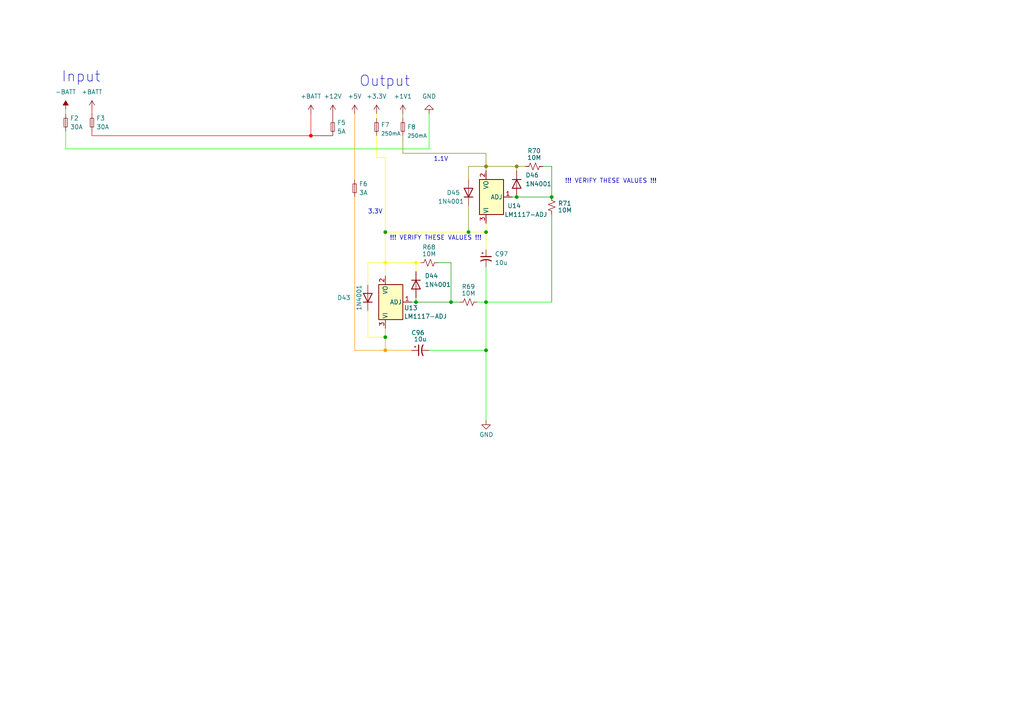
<source format=kicad_sch>
(kicad_sch (version 20231120) (generator "eeschema") (generator_version "8.0")
  (paper "A4")
  (title_block (title "Power Supply") (date "2023/08/14"))
  (lib_symbols
    (symbol "Device:C_Polarized_Small_US" (pin_numbers hide) (pin_names (offset 0.254) hide)
      (property "Reference" "C" (at 0.254 1.778 0))
      (property "Value" "C_Polarized_Small_US" (at 0.254 -2.032 0))
      (symbol "C_Polarized_Small_US_0_1"
        (polyline (pts (xy -1.524 0.508) (xy 1.524 0.508)) (stroke (width 0.3048)))
        (polyline (pts (xy -1.27 1.524) (xy -0.762 1.524)))
        (polyline (pts (xy -1.016 1.27) (xy -1.016 1.778)))
        (arc (start 1.524 -0.762) (mid 0 -0.3734) (end -1.524 -0.762) (stroke (width 0.3048)))
      )
      (symbol "C_Polarized_Small_US_1_1"
        (pin passive line (at 0 2.54 270) (length 2.032) (name "~") (number "1"))
        (pin passive line (at 0 -2.54 90) (length 2.032) (name "~") (number "2"))
      )
    )
    (symbol "Device:Fuse_Small" (pin_numbers hide) (pin_names (offset 0.254) hide)
      (property "Reference" "F" (at 0 -1.524 0))
      (property "Value" "Fuse_Small" (at 0 1.524 0))
      (symbol "Fuse_Small_0_1"
        (rectangle (start -1.27 0.508) (end 1.27 -0.508))
        (polyline (pts (xy -1.27 0) (xy 1.27 0)))
      )
      (symbol "Fuse_Small_1_1"
        (pin passive line (at -2.54 0 0) (length 1.27) (name "~") (number "1"))
        (pin passive line (at 2.54 0 180) (length 1.27) (name "~") (number "2"))
      )
    )
    (symbol "Device:R_Small_US" (pin_numbers hide) (pin_names (offset 0.254) hide)
      (property "Reference" "R" (at 0.762 0.508 0))
      (property "Value" "R_Small_US" (at 0.762 -1.016 0))
      (symbol "R_Small_US_1_1"
        (polyline (pts (xy 0 0) (xy 1.016 -0.381) (xy 0 -0.762) (xy -1.016 -1.143) (xy 0 -1.524)))
        (polyline (pts (xy 0 1.524) (xy 1.016 1.143) (xy 0 0.762) (xy -1.016 0.381) (xy 0 0)))
        (pin passive line (at 0 2.54 270) (length 1.016) (name "~") (number "1"))
        (pin passive line (at 0 -2.54 90) (length 1.016) (name "~") (number "2"))
      )
    )
    (symbol "Diode:1N4001" (pin_numbers hide) (pin_names hide)
      (property "Reference" "D" (at 0 2.54 0))
      (property "Value" "1N4001" (at 0 -2.54 0))
      (symbol "1N4001_0_1"
        (polyline (pts (xy -1.27 1.27) (xy -1.27 -1.27)) (stroke (width 0.254)))
        (polyline (pts (xy 1.27 0) (xy -1.27 0)))
        (polyline (pts (xy 1.27 1.27) (xy 1.27 -1.27) (xy -1.27 0) (xy 1.27 1.27)) (stroke (width 0.254)))
      )
      (symbol "1N4001_1_1"
        (pin passive line (at -3.81 0 0) (length 2.54) (name "K") (number "1"))
        (pin passive line (at 3.81 0 180) (length 2.54) (name "A") (number "2"))
      )
    )
    (symbol "Regulator_Linear:LM1117-ADJ" (pin_names (offset 0.254))
      (property "Reference" "U" (at -3.81 3.175 0))
      (property "Value" "LM1117-ADJ" (at 0 3.175 0))
      (symbol "LM1117-ADJ_0_1"
        (rectangle (start -5.08 -5.08) (end 5.08 1.905) (stroke (width 0.254)) (fill (type background)))
      )
      (symbol "LM1117-ADJ_1_1"
        (pin input line (at 0 -7.62 90) (length 2.54) (name "ADJ") (number "1"))
        (pin power_out line (at 7.62 0 180) (length 2.54) (name "VO") (number "2"))
        (pin power_in line (at -7.62 0 0) (length 2.54) (name "VI") (number "3"))
      )
    )
    (symbol "power:+12V" (power) (pin_names (offset 0))
      (property "Value" "+12V" (at 0 3.556 0))
      (symbol "+12V_0_1"
        (polyline (pts (xy -0.762 1.27) (xy 0 2.54)))
        (polyline (pts (xy 0 0) (xy 0 2.54)))
        (polyline (pts (xy 0 2.54) (xy 0.762 1.27)))
      )
      (symbol "+12V_1_1"
        (pin power_in line (at 0 0 90) (length 0) hide (name "+12V") (number "1"))
      )
    )
    (symbol "power:+1V1" (power) (pin_names (offset 0))
      (property "Value" "+1V1" (at 0 3.556 0))
      (symbol "+1V1_0_1"
        (polyline (pts (xy -0.762 1.27) (xy 0 2.54)))
        (polyline (pts (xy 0 0) (xy 0 2.54)))
        (polyline (pts (xy 0 2.54) (xy 0.762 1.27)))
      )
      (symbol "+1V1_1_1"
        (pin power_in line (at 0 0 90) (length 0) hide (name "+1V1") (number "1"))
      )
    )
    (symbol "power:+3.3V" (power) (pin_names (offset 0))
      (property "Value" "+3.3V" (at 0 3.556 0))
      (symbol "+3.3V_0_1"
        (polyline (pts (xy -0.762 1.27) (xy 0 2.54)))
        (polyline (pts (xy 0 0) (xy 0 2.54)))
        (polyline (pts (xy 0 2.54) (xy 0.762 1.27)))
      )
      (symbol "+3.3V_1_1"
        (pin power_in line (at 0 0 90) (length 0) hide (name "+3.3V") (number "1"))
      )
    )
    (symbol "power:+5V" (power) (pin_names (offset 0))
      (property "Value" "+5V" (at 0 3.556 0))
      (symbol "+5V_0_1"
        (polyline (pts (xy -0.762 1.27) (xy 0 2.54)))
        (polyline (pts (xy 0 0) (xy 0 2.54)))
        (polyline (pts (xy 0 2.54) (xy 0.762 1.27)))
      )
      (symbol "+5V_1_1"
        (pin power_in line (at 0 0 90) (length 0) hide (name "+5V") (number "1"))
      )
    )
    (symbol "power:+BATT" (power) (pin_names (offset 0))
      (property "Value" "+BATT" (at 0 3.556 0))
      (symbol "+BATT_0_1"
        (polyline (pts (xy -0.762 1.27) (xy 0 2.54)))
        (polyline (pts (xy 0 0) (xy 0 2.54)))
        (polyline (pts (xy 0 2.54) (xy 0.762 1.27)))
      )
      (symbol "+BATT_1_1"
        (pin power_in line (at 0 0 90) (length 0) hide (name "+BATT") (number "1"))
      )
    )
    (symbol "power:-BATT" (power) (pin_names (offset 0))
      (property "Value" "-BATT" (at 0 3.556 0))
      (symbol "-BATT_0_1"
        (polyline (pts (xy 0 0) (xy 0 2.54)))
        (polyline (pts (xy 0.762 1.27) (xy -0.762 1.27) (xy 0 2.54) (xy 0.762 1.27)) (fill (type outline)))
      )
      (symbol "-BATT_1_1"
        (pin power_in line (at 0 0 90) (length 0) hide (name "-BATT") (number "1"))
      )
    )
    (symbol "power:GND" (power) (pin_names (offset 0))
      (property "Value" "GND" (at 0 -3.81 0))
      (symbol "GND_0_1"
        (polyline (pts (xy 0 0) (xy 0 -1.27) (xy 1.27 -1.27) (xy 0 -2.54) (xy -1.27 -1.27) (xy 0 -1.27)))
      )
      (symbol "GND_1_1"
        (pin power_in line (at 0 0 270) (length 0) hide (name "GND") (number "1"))
      )
    )
  )
  (junction (at 130.81 87.63))
  (junction (at 140.97 87.63))
  (junction (at 140.97 67.31))
  (junction (at 149.86 57.15))
  (junction (at 111.76 97.79))
  (junction (at 120.65 76.2) (color 255 255 0 1))
  (junction (at 111.76 101.6) (color 255 153 0 1))
  (junction (at 120.65 87.63))
  (junction (at 149.86 48.26) (color 132 132 0 1))
  (junction (at 111.76 67.31))
  (junction (at 135.89 67.31))
  (junction (at 90.17 39.37) (color 255 0 0 1))
  (junction (at 140.97 101.6))
  (junction (at 140.97 48.26) (color 132 132 0 1))
  (junction (at 111.76 76.2) (color 255 255 0 1))
  (junction (at 160.02 57.15))
  (wire (pts (xy 127 76.2) (xy 130.81 76.2)))
  (wire (pts (xy 160.02 57.15) (xy 149.86 57.15)))
  (wire (pts (xy 124.46 101.6) (xy 140.97 101.6)) (stroke (width 0) (color 0 255 0 1)))
  (wire (pts (xy 116.84 44.45) (xy 140.97 44.45)) (stroke (width 0) (color 132 132 0 1)))
  (wire (pts (xy 140.97 48.26) (xy 140.97 49.53)) (stroke (width 0) (color 132 132 0 1)))
  (wire (pts (xy 140.97 87.63) (xy 140.97 101.6)) (stroke (width 0) (color 0 255 0 1)))
  (wire (pts (xy 26.67 38.1) (xy 26.67 39.37)) (stroke (width 0) (color 255 0 0 1)))
  (wire (pts (xy 149.86 48.26) (xy 140.97 48.26)) (stroke (width 0) (color 132 132 0 1)))
  (wire (pts (xy 124.46 33.02) (xy 124.46 43.18)) (stroke (width 0) (color 0 255 0 1)))
  (wire (pts (xy 120.65 86.36) (xy 120.65 87.63)))
  (wire (pts (xy 111.76 67.31) (xy 111.76 76.2)) (stroke (width 0) (color 255 255 0 1)))
  (wire (pts (xy 111.76 101.6) (xy 119.38 101.6)) (stroke (width 0) (color 255 153 0 1)))
  (wire (pts (xy 19.05 43.18) (xy 124.46 43.18)) (stroke (width 0) (color 0 255 0 1)))
  (wire (pts (xy 120.65 76.2) (xy 121.92 76.2)) (stroke (width 0) (color 255 255 0 1)))
  (wire (pts (xy 135.89 59.69) (xy 135.89 67.31)) (stroke (width 0) (color 132 132 0 1)))
  (wire (pts (xy 102.87 101.6) (xy 111.76 101.6)) (stroke (width 0) (color 255 153 0 1)))
  (wire (pts (xy 106.68 82.55) (xy 106.68 76.2)) (stroke (width 0) (color 255 255 0 1)))
  (wire (pts (xy 140.97 44.45) (xy 140.97 48.26)) (stroke (width 0) (color 132 132 0 1)))
  (wire (pts (xy 160.02 87.63) (xy 140.97 87.63)) (stroke (width 0) (color 0 255 0 1)))
  (wire (pts (xy 111.76 95.25) (xy 111.76 97.79)) (stroke (width 0) (color 255 153 0 1)))
  (wire (pts (xy 111.76 45.72) (xy 109.22 45.72)) (stroke (width 0) (color 255 255 0 1)))
  (wire (pts (xy 116.84 33.02) (xy 116.84 34.29)) (stroke (width 0) (color 132 132 0 1)))
  (wire (pts (xy 109.22 39.37) (xy 109.22 45.72)) (stroke (width 0) (color 255 255 0 1)))
  (wire (pts (xy 111.76 76.2) (xy 111.76 80.01)) (stroke (width 0) (color 255 255 0 1)))
  (wire (pts (xy 26.67 39.37) (xy 90.17 39.37)) (stroke (width 0) (color 255 0 0 1)))
  (wire (pts (xy 157.48 48.26) (xy 160.02 48.26)))
  (wire (pts (xy 96.52 33.02) (xy 96.52 34.29)) (stroke (width 0) (color 132 0 0 1)))
  (wire (pts (xy 90.17 39.37) (xy 96.52 39.37)) (stroke (width 0) (color 132 0 0 1)))
  (wire (pts (xy 135.89 52.07) (xy 135.89 48.26)) (stroke (width 0) (color 132 132 0 1)))
  (wire (pts (xy 135.89 48.26) (xy 140.97 48.26)) (stroke (width 0) (color 132 132 0 1)))
  (wire (pts (xy 19.05 31.75) (xy 19.05 33.02)) (stroke (width 0) (color 0 255 0 1)))
  (wire (pts (xy 106.68 97.79) (xy 111.76 97.79)) (stroke (width 0) (color 255 255 0 1)))
  (wire (pts (xy 135.89 67.31) (xy 111.76 67.31)) (stroke (width 0) (color 255 255 0 1)))
  (wire (pts (xy 120.65 76.2) (xy 120.65 78.74)) (stroke (width 0) (color 255 255 0 1)))
  (wire (pts (xy 160.02 87.63) (xy 160.02 62.23)))
  (wire (pts (xy 140.97 77.47) (xy 140.97 87.63)) (stroke (width 0) (color 0 255 0 1)))
  (wire (pts (xy 130.81 87.63) (xy 120.65 87.63)))
  (wire (pts (xy 102.87 33.02) (xy 102.87 52.07)) (stroke (width 0) (color 255 153 0 1)))
  (wire (pts (xy 152.4 48.26) (xy 149.86 48.26)) (stroke (width 0) (color 132 132 0 1)))
  (wire (pts (xy 111.76 45.72) (xy 111.76 67.31)) (stroke (width 0) (color 255 255 0 1)))
  (wire (pts (xy 140.97 67.31) (xy 135.89 67.31)) (stroke (width 0) (color 255 255 0 1)))
  (wire (pts (xy 130.81 87.63) (xy 133.35 87.63)))
  (wire (pts (xy 138.43 87.63) (xy 140.97 87.63)) (stroke (width 0) (color 0 255 0 1)))
  (wire (pts (xy 102.87 57.15) (xy 102.87 101.6)) (stroke (width 0) (color 255 153 0 1)))
  (wire (pts (xy 149.86 48.26) (xy 149.86 49.53)) (stroke (width 0) (color 132 132 0 1)))
  (wire (pts (xy 160.02 48.26) (xy 160.02 57.15)))
  (wire (pts (xy 116.84 39.37) (xy 116.84 44.45)) (stroke (width 0) (color 132 132 0 1)))
  (wire (pts (xy 19.05 38.1) (xy 19.05 43.18)) (stroke (width 0) (color 0 255 0 1)))
  (wire (pts (xy 26.67 31.75) (xy 26.67 33.02)) (stroke (width 0) (color 255 0 0 1)))
  (wire (pts (xy 140.97 67.31) (xy 140.97 72.39)) (stroke (width 0) (color 255 255 0 1)))
  (wire (pts (xy 140.97 101.6) (xy 140.97 121.92)) (stroke (width 0) (color 0 255 0 1)))
  (wire (pts (xy 149.86 57.15) (xy 148.59 57.15)))
  (wire (pts (xy 106.68 76.2) (xy 111.76 76.2)) (stroke (width 0) (color 255 255 0 1)))
  (wire (pts (xy 90.17 39.37) (xy 90.17 33.02)) (stroke (width 0) (color 255 0 0 1)))
  (wire (pts (xy 111.76 76.2) (xy 120.65 76.2)) (stroke (width 0) (color 255 255 0 1)))
  (wire (pts (xy 111.76 97.79) (xy 111.76 101.6)) (stroke (width 0) (color 255 153 0 1)))
  (wire (pts (xy 109.22 33.02) (xy 109.22 34.29)) (stroke (width 0) (color 255 255 0 1)))
  (wire (pts (xy 130.81 76.2) (xy 130.81 87.63)))
  (wire (pts (xy 106.68 90.17) (xy 106.68 97.79)) (stroke (width 0) (color 255 255 0 1)))
  (wire (pts (xy 140.97 64.77) (xy 140.97 67.31)) (stroke (width 0) (color 255 255 0 1)))
  (wire (pts (xy 120.65 87.63) (xy 119.38 87.63)))
  (text "Output" (at 104.14 25.4 0) (effects (font (size 3 3)) (justify left bottom)))
  (text "Input" (at 17.78 24.13 0) (effects (font (size 3 3)) (justify left bottom)))
  (text "!!! VERIFY THESE VALUES !!!" (at 163.83 53.34 0) (effects (font (size 1.27 1.27)) (justify left bottom)))
  (text "!!! VERIFY THESE VALUES !!!" (at 113.03 69.85 0) (effects (font (size 1.27 1.27)) (justify left bottom)))
  (text "3.3V" (at 106.68 62.23 0) (effects (font (size 1.27 1.27)) (justify left bottom)))
  (text "1.1V" (at 125.73 46.99 0) (effects (font (size 1.27 1.27)) (justify left bottom)))
  (symbol (lib_id "Device:Fuse_Small") (at 102.87 54.61 90) (unit 1)
    (property "Reference" "F6" (at 104.14 53.34 90) (effects (justify right)))
    (property "Value" "3A" (at 104.14 55.88 90) (effects (justify right)))
    (property "Footprint" "Fuse:Fuseholder_Blade_Mini_Keystone_3568" (effects (hide yes)))
  )
  (symbol (lib_id "Device:Fuse_Small") (at 116.84 36.83 270) (unit 1)
    (property "Reference" "F8" (at 118.11 36.83 90) (effects (justify left)))
    (property "Value" "250mA" (at 118.11 39.37 90) (effects (font (size 1.1 1.1)) (justify left)))
    (property "Footprint" "Fuse:Fuseholder_Blade_Mini_Keystone_3568" (effects (hide yes)))
  )
  (symbol (lib_id "power:GND") (at 140.97 121.92 0) (unit 1)
    (property "Reference" "#PWR0173" (effects (hide yes)))
    (property "Value" "GND" (at 141.0606 126.0643 0))
  )
  (symbol (lib_id "Regulator_Linear:LM1117-ADJ") (at 140.97 57.15 90) (unit 1)
    (property "Reference" "U14" (at 151.13 59.69 90) (effects (justify left)))
    (property "Value" "LM1117-ADJ" (at 158.75 62.23 90) (effects (justify left)))
    (property "Datasheet" "http://www.ti.com/lit/ds/symlink/lm1117.pdf" (effects (hide yes)))
  )
  (symbol (lib_id "power:GND") (at 124.46 33.02 0) (mirror x) (unit 1)
    (property "Reference" "#PWR0172" (effects (hide yes)))
    (property "Value" "GND" (at 124.46 27.94 0))
  )
  (symbol (lib_id "power:+BATT") (at 90.17 33.02 0) (unit 1)
    (property "Reference" "#PWR0167" (effects (hide yes)))
    (property "Value" "+BATT" (at 90.17 27.94 0))
  )
  (symbol (lib_id "Device:C_Polarized_Small_US") (at 140.97 74.93 0) (unit 1)
    (property "Reference" "C97" (at 143.51 73.66 0) (effects (justify left)))
    (property "Value" "10u" (at 143.51 76.2 0) (effects (justify left)))
    (property "Footprint" "Capacitor_THT:CP_Radial_D4.0mm_P2.00mm" (effects (hide yes)))
  )
  (symbol (lib_id "Diode:1N4001") (at 120.65 82.55 90) (mirror x) (unit 1)
    (property "Reference" "D44" (at 123.19 80.01 90) (effects (justify right)))
    (property "Value" "1N4001" (at 123.19 82.55 90) (effects (justify right)))
    (property "Footprint" "Diode_THT:D_DO-41_SOD81_P10.16mm_Horizontal" (effects (hide yes)))
    (property "Datasheet" "http://www.vishay.com/docs/88503/1n4001.pdf" (effects (hide yes)))
  )
  (symbol (lib_id "Device:R_Small_US") (at 135.89 87.63 90) (unit 1)
    (property "Reference" "R69" (at 135.8653 83.1317 90))
    (property "Value" "10M" (at 135.89 85.09 90))
    (property "Footprint" "Resistor_THT:R_Axial_DIN0207_L6.3mm_D2.5mm_P2.54mm_Vertical" (effects (hide yes)))
  )
  (symbol (lib_id "power:+5V") (at 102.87 33.02 0) (unit 1)
    (property "Reference" "#PWR0169" (effects (hide yes)))
    (property "Value" "+5V" (at 102.87 27.94 0))
  )
  (symbol (lib_id "Device:Fuse_Small") (at 26.67 35.56 270) (unit 1)
    (property "Reference" "F3" (at 27.94 34.2899 90) (effects (justify left)))
    (property "Value" "30A" (at 27.94 36.8299 90) (effects (justify left)))
    (property "Footprint" "Fuse:Fuseholder_Blade_Mini_Keystone_3568" (effects (hide yes)))
  )
  (symbol (lib_id "power:+BATT") (at 26.67 31.75 0) (unit 1)
    (property "Reference" "#PWR0164" (effects (hide yes)))
    (property "Value" "+BATT" (at 26.67 26.67 0))
  )
  (symbol (lib_id "power:-BATT") (at 19.05 31.75 0) (unit 1)
    (property "Reference" "#PWR0163" (effects (hide yes)))
    (property "Value" "-BATT" (at 19.05 26.67 0))
  )
  (symbol (lib_id "power:+3.3V") (at 109.22 33.02 0) (unit 1)
    (property "Reference" "#PWR0170" (effects (hide yes)))
    (property "Value" "+3.3V" (at 109.22 27.94 0))
  )
  (symbol (lib_id "Device:R_Small_US") (at 124.46 76.2 90) (unit 1)
    (property "Reference" "R68" (at 124.4353 71.7017 90))
    (property "Value" "10M" (at 124.46 73.66 90))
    (property "Footprint" "Resistor_THT:R_Axial_DIN0207_L6.3mm_D2.5mm_P2.54mm_Vertical" (effects (hide yes)))
  )
  (symbol (lib_id "Device:R_Small_US") (at 154.94 48.26 90) (unit 1)
    (property "Reference" "R70" (at 154.9153 43.7617 90))
    (property "Value" "10M" (at 154.94 45.72 90))
    (property "Footprint" "Resistor_THT:R_Axial_DIN0207_L6.3mm_D2.5mm_P2.54mm_Vertical" (effects (hide yes)))
  )
  (symbol (lib_id "Device:Fuse_Small") (at 109.22 36.83 270) (unit 1)
    (property "Reference" "F7" (at 110.49 36.1949 90) (effects (justify left)))
    (property "Value" "250mA" (at 110.49 38.735 90) (effects (font (size 1.1 1.1)) (justify left)))
    (property "Footprint" "Fuse:Fuseholder_Blade_Mini_Keystone_3568" (effects (hide yes)))
  )
  (symbol (lib_id "power:+1V1") (at 116.84 33.02 0) (unit 1)
    (property "Reference" "#PWR0171" (effects (hide yes)))
    (property "Value" "+1V1" (at 116.84 27.94 0))
  )
  (symbol (lib_id "Device:R_Small_US") (at 160.02 59.69 0) (unit 1)
    (property "Reference" "R71" (at 163.8053 59.0017 0))
    (property "Value" "10M" (at 163.83 60.96 0))
    (property "Footprint" "Resistor_THT:R_Axial_DIN0207_L6.3mm_D2.5mm_P2.54mm_Vertical" (effects (hide yes)))
  )
  (symbol (lib_id "Device:Fuse_Small") (at 19.05 35.56 270) (unit 1)
    (property "Reference" "F2" (at 20.32 34.2899 90) (effects (justify left)))
    (property "Value" "30A" (at 20.32 36.8299 90) (effects (justify left)))
    (property "Footprint" "Fuse:Fuseholder_Blade_Mini_Keystone_3568" (effects (hide yes)))
  )
  (symbol (lib_id "power:+12V") (at 96.52 33.02 0) (unit 1)
    (property "Reference" "#PWR0168" (effects (hide yes)))
    (property "Value" "+12V" (at 96.52 27.94 0))
  )
  (symbol (lib_id "Diode:1N4001") (at 149.86 53.34 90) (mirror x) (unit 1)
    (property "Reference" "D46" (at 152.4 50.8 90) (effects (justify right)))
    (property "Value" "1N4001" (at 152.4 53.34 90) (effects (justify right)))
    (property "Footprint" "Diode_THT:D_DO-41_SOD81_P10.16mm_Horizontal" (effects (hide yes)))
    (property "Datasheet" "http://www.vishay.com/docs/88503/1n4001.pdf" (effects (hide yes)))
  )
  (symbol (lib_id "Device:Fuse_Small") (at 96.52 36.83 270) (unit 1)
    (property "Reference" "F5" (at 97.79 35.5599 90) (effects (justify left)))
    (property "Value" "5A" (at 97.79 38.0999 90) (effects (justify left)))
    (property "Footprint" "Fuse:Fuseholder_Blade_Mini_Keystone_3568" (effects (hide yes)))
  )
  (symbol (lib_id "Device:C_Polarized_Small_US") (at 121.92 101.6 90) (mirror x) (unit 1)
    (property "Reference" "C96" (at 123.19 96.52 90) (effects (justify left)))
    (property "Value" "10u" (at 123.797 98.3783 90) (effects (justify left)))
    (property "Footprint" "Capacitor_THT:CP_Radial_D4.0mm_P2.00mm" (effects (hide yes)))
  )
  (symbol (lib_id "Diode:1N4001") (at 135.89 55.88 90) (unit 1)
    (property "Reference" "D45" (at 129.54 55.88 90) (effects (justify right)))
    (property "Value" "1N4001" (at 127 58.42 90) (effects (justify right)))
    (property "Footprint" "Diode_THT:D_DO-41_SOD81_P10.16mm_Horizontal" (effects (hide yes)))
    (property "Datasheet" "http://www.vishay.com/docs/88503/1n4001.pdf" (effects (hide yes)))
  )
  (symbol (lib_id "Regulator_Linear:LM1117-ADJ") (at 111.76 87.63 90) (unit 1)
    (property "Reference" "U13" (at 121.1496 89.3097 90) (effects (justify left)))
    (property "Value" "LM1117-ADJ" (at 129.6379 91.7677 90) (effects (justify left)))
    (property "Datasheet" "http://www.ti.com/lit/ds/symlink/lm1117.pdf" (effects (hide yes)))
  )
  (symbol (lib_id "Diode:1N4001") (at 106.68 86.36 90) (unit 1)
    (property "Reference" "D43" (at 97.79 86.36 90) (effects (justify right)))
    (property "Value" "1N4001" (at 104.14 82.55 0) (effects (justify right)))
    (property "Footprint" "Diode_THT:D_DO-41_SOD81_P10.16mm_Horizontal" (effects (hide yes)))
    (property "Datasheet" "http://www.vishay.com/docs/88503/1n4001.pdf" (effects (hide yes)))
  )
)
</source>
